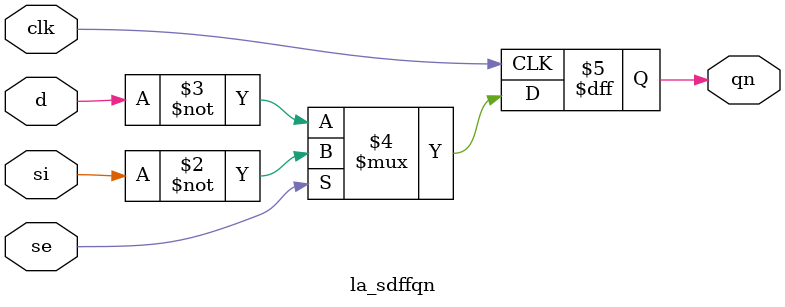
<source format=v>

module la_sdffqn #(parameter PROP = "DEFAULT")   (
    input      d,
    input      si,
    input      se,
    input      clk,
    output reg qn
    );

   always @ (posedge clk)
     qn <= se ? ~si : ~d;

endmodule

</source>
